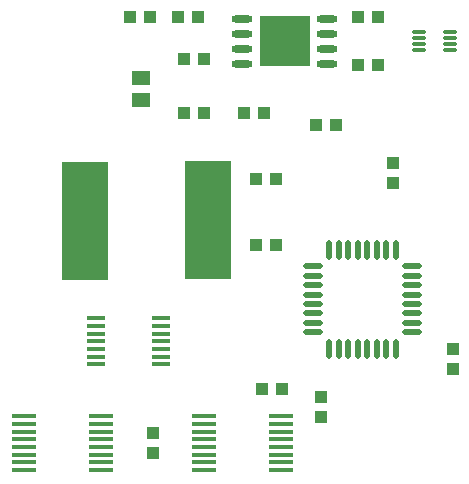
<source format=gtp>
%FSTAX23Y23*%
%MOIN*%
%SFA1B1*%

%IPPOS*%
%ADD10R,0.043310X0.039370*%
%ADD11R,0.039370X0.043310*%
%ADD12R,0.064960X0.011810*%
%ADD13O,0.049210X0.011810*%
%ADD14O,0.021650X0.064960*%
%ADD15O,0.064960X0.021650*%
%ADD16R,0.084650X0.015750*%
%ADD17R,0.084650X0.015750*%
%ADD18R,0.157480X0.393700*%
%ADD19R,0.059060X0.051180*%
%ADD20O,0.070870X0.023620*%
%ADD21R,0.165350X0.165350*%
%LNpaw8-1*%
%LPD*%
G54D10*
X02706Y047D03*
X02773D03*
X03013Y043D03*
X02946D03*
X03013Y0408D03*
X02946D03*
X03033Y036D03*
X02966D03*
X02753Y0484D03*
X02686D03*
X02593D03*
X02526D03*
X03353Y0468D03*
X03286D03*
X03146Y0448D03*
X03213D03*
X03353Y0484D03*
X03286D03*
X02706Y0452D03*
X02773D03*
X02906D03*
X02973D03*
G54D11*
X026Y03386D03*
Y03453D03*
X036Y03666D03*
Y03733D03*
X034Y04286D03*
Y04353D03*
X0316Y03573D03*
Y03506D03*
G54D12*
X0241Y03836D03*
Y03811D03*
Y03785D03*
Y0376D03*
Y03734D03*
Y03708D03*
Y03683D03*
X02629Y03836D03*
Y03811D03*
Y03785D03*
Y0376D03*
Y03734D03*
Y03708D03*
Y03683D03*
G54D13*
X03487Y04789D03*
Y04769D03*
Y0475D03*
Y0473D03*
X03592Y04789D03*
Y04769D03*
Y0475D03*
Y0473D03*
G54D14*
X03189Y04065D03*
X03221D03*
X03252D03*
X03284D03*
X03315D03*
X03347D03*
X03378D03*
X0341D03*
Y03734D03*
X03378D03*
X03347D03*
X03315D03*
X03284D03*
X03252D03*
X03221D03*
X03189D03*
G54D15*
X03465Y0401D03*
Y03978D03*
Y03947D03*
Y03915D03*
Y03884D03*
Y03852D03*
Y03821D03*
Y03789D03*
X03134D03*
Y03821D03*
Y03852D03*
Y03884D03*
Y03915D03*
Y03947D03*
Y03978D03*
Y0401D03*
G54D16*
X02428Y0333D03*
Y03356D03*
Y03381D03*
Y03407D03*
Y03432D03*
Y03458D03*
Y03483D03*
Y03509D03*
X02171Y0333D03*
Y03356D03*
Y03381D03*
Y03407D03*
Y03432D03*
Y03458D03*
Y03483D03*
X03028Y0333D03*
Y03356D03*
Y03381D03*
Y03407D03*
Y03432D03*
Y03458D03*
Y03483D03*
Y03509D03*
X02771Y0333D03*
Y03356D03*
Y03381D03*
Y03407D03*
Y03432D03*
Y03458D03*
Y03483D03*
G54D17*
X02171Y03509D03*
X02771D03*
G54D18*
X02785Y04165D03*
X02375Y0416D03*
G54D19*
X0256Y04637D03*
Y04562D03*
G54D20*
X03181Y04685D03*
Y04735D03*
Y04785D03*
Y04835D03*
X02898Y04685D03*
Y04735D03*
Y04785D03*
Y04835D03*
G54D21*
X0304Y0476D03*
M02*
</source>
